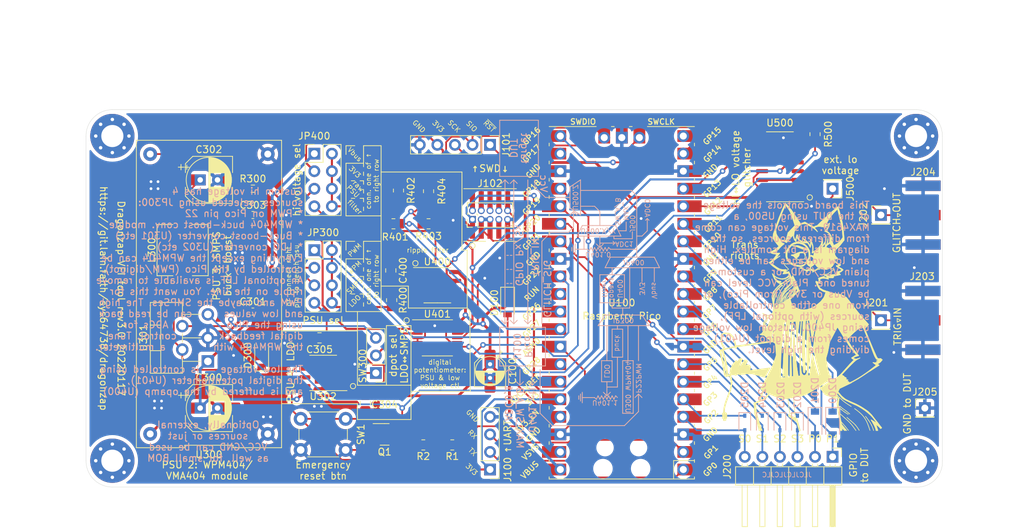
<source format=kicad_pcb>
(kicad_pcb (version 20211014) (generator pcbnew)

  (general
    (thickness 1.6)
  )

  (paper "A4")
  (layers
    (0 "F.Cu" signal)
    (31 "B.Cu" signal)
    (32 "B.Adhes" user "B.Adhesive")
    (33 "F.Adhes" user "F.Adhesive")
    (34 "B.Paste" user)
    (35 "F.Paste" user)
    (36 "B.SilkS" user "B.Silkscreen")
    (37 "F.SilkS" user "F.Silkscreen")
    (38 "B.Mask" user)
    (39 "F.Mask" user)
    (40 "Dwgs.User" user "User.Drawings")
    (41 "Cmts.User" user "User.Comments")
    (42 "Eco1.User" user "User.Eco1")
    (43 "Eco2.User" user "User.Eco2")
    (44 "Edge.Cuts" user)
    (45 "Margin" user)
    (46 "B.CrtYd" user "B.Courtyard")
    (47 "F.CrtYd" user "F.Courtyard")
    (48 "B.Fab" user)
    (49 "F.Fab" user)
  )

  (setup
    (stackup
      (layer "F.SilkS" (type "Top Silk Screen"))
      (layer "F.Paste" (type "Top Solder Paste"))
      (layer "F.Mask" (type "Top Solder Mask") (thickness 0.01))
      (layer "F.Cu" (type "copper") (thickness 0.035))
      (layer "dielectric 1" (type "core") (thickness 1.51) (material "FR4") (epsilon_r 4.5) (loss_tangent 0.02))
      (layer "B.Cu" (type "copper") (thickness 0.035))
      (layer "B.Mask" (type "Bottom Solder Mask") (thickness 0.01))
      (layer "B.Paste" (type "Bottom Solder Paste"))
      (layer "B.SilkS" (type "Bottom Silk Screen"))
      (copper_finish "None")
      (dielectric_constraints no)
    )
    (pad_to_mask_clearance 0)
    (pcbplotparams
      (layerselection 0x00010fc_ffffffff)
      (disableapertmacros false)
      (usegerberextensions false)
      (usegerberattributes true)
      (usegerberadvancedattributes true)
      (creategerberjobfile true)
      (svguseinch false)
      (svgprecision 6)
      (excludeedgelayer true)
      (plotframeref false)
      (viasonmask false)
      (mode 1)
      (useauxorigin false)
      (hpglpennumber 1)
      (hpglpenspeed 20)
      (hpglpendiameter 15.000000)
      (dxfpolygonmode true)
      (dxfimperialunits true)
      (dxfusepcbnewfont true)
      (psnegative false)
      (psa4output false)
      (plotreference true)
      (plotvalue true)
      (plotinvisibletext false)
      (sketchpadsonfab false)
      (subtractmaskfromsilk false)
      (outputformat 1)
      (mirror false)
      (drillshape 0)
      (scaleselection 1)
      (outputdirectory "dragonzap/gerber/")
    )
  )

  (net 0 "")
  (net 1 "GND")
  (net 2 "VBUS")
  (net 3 "+3V3")
  (net 4 "+3.3VADC")
  (net 5 "Net-(D100-Pad1)")
  (net 6 "UART_RX")
  (net 7 "UART_TX")
  (net 8 "/controller/SWDIO")
  (net 9 "/controller/SWCLK")
  (net 10 "unconnected-(J102-Pad8)")
  (net 11 "unconnected-(J102-Pad7)")
  (net 12 "unconnected-(J102-Pad6)")
  (net 13 "GPIO_P0D")
  (net 14 "GPIO_P0W")
  (net 15 "GPIO_P1D")
  (net 16 "GPIO_P1W")
  (net 17 "TRIG_IN")
  (net 18 "GLITCH_OUT")
  (net 19 "P22PWM")
  (net 20 "ADC0")
  (net 21 "ADC1")
  (net 22 "/psu/FB_LDO")
  (net 23 "/psu/FB_SMPS")
  (net 24 "GPIO_S3W")
  (net 25 "GPIO_S3D")
  (net 26 "GPIO_S2W")
  (net 27 "GPIO_S2D")
  (net 28 "GPIO_S1W")
  (net 29 "GPIO_S1D")
  (net 30 "GPIO_S0W")
  (net 31 "GPIO_S0D")
  (net 32 "DPOT_DAT")
  (net 33 "DPOT_CLK")
  (net 34 "unconnected-(U100-Pad22)")
  (net 35 "MAX_SW_B")
  (net 36 "MAX_SW_A")
  (net 37 "MAX_EN")
  (net 38 "DPOT_HI")
  (net 39 "Net-(C400-Pad1)")
  (net 40 "Net-(D300-Pad1)")
  (net 41 "Vdcflt")
  (net 42 "Vdclo")
  (net 43 "GLITCH_SIG")
  (net 44 "DPOT_W")
  (net 45 "Net-(J500-Pad1)")
  (net 46 "DPOT_LO")
  (net 47 "unconnected-(U100-Pad30)")
  (net 48 "Net-(JP400-Pad4)")
  (net 49 "Net-(JP300-Pad2)")
  (net 50 "Net-(C302-Pad1)")
  (net 51 "Net-(C305-Pad1)")
  (net 52 "EMERG_SHDN")
  (net 53 "~{EMERG_SHDN}")
  (net 54 "unconnected-(U100-Pad34)")
  (net 55 "unconnected-(U100-Pad39)")
  (net 56 "unconnected-(U302-Pad4)")
  (net 57 "unconnected-(U302-Pad6)")
  (net 58 "Net-(R403-Pad1)")
  (net 59 "unconnected-(U302-Pad7)")
  (net 60 "unconnected-(U401-Pad13)")
  (net 61 "Net-(U500-Pad13)")
  (net 62 "/glitchout/Vdclo_def")

  (footprint "MCU_RaspberryPi_and_Boards:RPi_Pico_SMD_TH" (layer "F.Cu") (at 157.48 83.82 180))

  (footprint "Connector_PinHeader_2.54mm:PinHeader_1x04_P2.54mm_Vertical" (layer "F.Cu") (at 138.43 107.95 180))

  (footprint "Resistor_SMD:R_0805_2012Metric_Pad1.20x1.40mm_HandSolder" (layer "F.Cu") (at 129.54 67.675 90))

  (footprint "Capacitor_SMD:CP_Elec_6.3x5.3" (layer "F.Cu") (at 97.79 66.04))

  (footprint "Resistor_SMD:R_0805_2012Metric_Pad1.20x1.40mm_HandSolder" (layer "F.Cu") (at 128.778 104.394 180))

  (footprint "Resistor_SMD:R_0805_2012Metric_Pad1.20x1.40mm_HandSolder" (layer "F.Cu") (at 124.46 72.39))

  (footprint "Package_SO:SO-8_3.9x4.9mm_P1.27mm" (layer "F.Cu") (at 130.81 81.28))

  (footprint "Capacitor_THT:CP_Radial_D6.3mm_P2.50mm" (layer "F.Cu") (at 96.52 66.04))

  (footprint "Capacitor_SMD:C_0805_2012Metric_Pad1.18x1.45mm_HandSolder" (layer "F.Cu") (at 120.396 98.3195 -90))

  (footprint "Package_SO:HSOP-8-1EP_3.9x4.9mm_P1.27mm_EP2.41x3.1mm" (layer "F.Cu") (at 114.3 93.98 180))

  (footprint "Capacitor_SMD:CP_Elec_4x3.9" (layer "F.Cu") (at 138.43 93.726 -90))

  (footprint "Diode_SMD:D_SOD-123" (layer "F.Cu") (at 105.41 91.44 90))

  (footprint "Connector_PinHeader_2.54mm:PinHeader_1x01_P2.54mm_Vertical" (layer "F.Cu") (at 194.945 71.12))

  (footprint "Button_Switch_THT:SW_PUSH_6mm" (layer "F.Cu") (at 111.05 100.62))

  (footprint "Connector_PinHeader_2.54mm:PinHeader_1x06_P2.54mm_Horizontal" (layer "F.Cu") (at 187.96 106.115 -90))

  (footprint "Resistor_SMD:R_0805_2012Metric_Pad1.20x1.40mm_HandSolder" (layer "F.Cu") (at 124.206 83.439 -90))

  (footprint "Capacitor_SMD:C_0603_1608Metric_Pad1.08x0.95mm_HandSolder" (layer "F.Cu") (at 104.14 85.09))

  (footprint "Connector_PinHeader_2.54mm:PinHeader_1x05_P2.54mm_Vertical" (layer "F.Cu") (at 138.43 60.96 -90))

  (footprint "Connector_PinHeader_2.54mm:PinHeader_1x03_P2.54mm_Vertical" (layer "F.Cu") (at 121.92 93.98 180))

  (footprint "Inductor_SMD:L_7.3x7.3_H4.5" (layer "F.Cu") (at 93.98 76.2 90))

  (footprint "Package_SO:TSSOP-14_4.4x5mm_P0.65mm" (layer "F.Cu") (at 130.81 88.9))

  (footprint "Package_SO:SO-16_3.9x9.9mm_P1.27mm" (layer "F.Cu") (at 180.34 64.135 180))

  (footprint "Capacitor_THT:CP_Radial_D4.0mm_P2.00mm" (layer "F.Cu") (at 138.43 92.71 -90))

  (footprint "MountingHole:MountingHole_3.2mm_M3_Pad_Via" (layer "F.Cu") (at 83.82 106.68))

  (footprint "MountingHole:MountingHole_3.2mm_M3_Pad_Via" (layer "F.Cu") (at 83.82 59.69))

  (footprint "Capacitor_SMD:C_0603_1608Metric_Pad1.08x0.95mm_HandSolder" (layer "F.Cu") (at 104.14 71.12))

  (footprint "Connector_PinHeader_2.54mm:PinHeader_1x01_P2.54mm_Vertical" (layer "F.Cu") (at 201.295 99.06))

  (footprint "Package_TO_SOT_THT:TO-220-5_P3.4x3.7mm_StaggerOdd_Lead3.8mm_Vertical" (layer "F.Cu") (at 97.63 92.3 90))

  (footprint "Connector_PinHeader_2.54mm:PinHeader_1x01_P2.54mm_Vertical" (layer "F.Cu") (at 187.96 67.31 180))

  (footprint "Resistor_SMD:R_0805_2012Metric_Pad1.20x1.40mm_HandSolder" (layer "F.Cu") (at 129.54 72.39 180))

  (footprint "Diode_SMD:D_SOD-123" (layer "F.Cu") (at 140.97 83.82 -90))

  (footprint "Resistor_SMD:R_0805_2012Metric_Pad1.20x1.40mm_HandSolder" (layer "F.Cu") (at 132.969 104.394))

  (footprint "Capacitor_SMD:C_0805_2012Metric_Pad1.18x1.45mm_HandSolder" (layer "F.Cu")
    (tedit 5F68FEEF) (tstamp a809821b-1eae-4da1-967d-98d00b1cea19)
    (at 113.7705 88.9 180)
    (descr "Capacitor SMD 0805 (2012 Metric), square (rectangular) end terminal, IPC_7351 nominal with elongated pad for handsoldering. (Body size source: IPC-SM-782 page 76, https://www.pcb-3d.com/wordpress/wp-content/uploads/ipc-sm-782a_amendment_1_and_2.pdf, https://docs.google.com/spreadsheets/d/1BsfQQcO9C6DZCsRaXUlFlo91Tg2WpOkGARC1WS5S8t0/edit?usp=sharing), generated with kicad-footprint-generator")
    (tags "capacitor handsolder")
    (property "Sheetfile" "psu.kicad_sch")
    (property "Sheetname" "psu")
    (path "/00000000-0000-0000-0000-000061ca9896/00000000-0000-0000-0000-000062667197")
    (attr smd)
    (fp_text reference "C305" (at 0 -1.68) (layer "F.SilkS")
      (effects (font (size 1 1) (thickness 0.15)))
      (tstamp 9271b26f-ca44-4795-bc67-be7a79dfc836)
    )
    (fp_text value "
... [996077 chars truncated]
</source>
